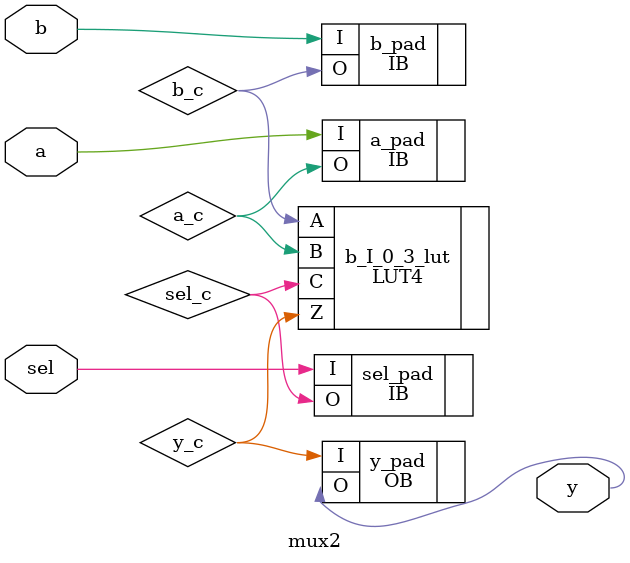
<source format=v>

module mux2 (a, b, sel, y) /* synthesis syn_module_defined=1 */ ;   // d:/rtl_fpga/vhdl/comparator/comparator.v(1[8:12])
    input a;   // d:/rtl_fpga/vhdl/comparator/comparator.v(2[7:8])
    input b;   // d:/rtl_fpga/vhdl/comparator/comparator.v(2[9:10])
    input sel;   // d:/rtl_fpga/vhdl/comparator/comparator.v(2[12:15])
    output y;   // d:/rtl_fpga/vhdl/comparator/comparator.v(3[8:9])
    
    
    wire a_c, b_c, sel_c, y_c, VCC_net, GND_net;
    
    VHI i20 (.Z(VCC_net));
    VLO i25 (.Z(GND_net));
    OB y_pad (.I(y_c), .O(y));   // d:/rtl_fpga/vhdl/comparator/comparator.v(3[8:9])
    IB a_pad (.I(a), .O(a_c));   // d:/rtl_fpga/vhdl/comparator/comparator.v(2[7:8])
    IB b_pad (.I(b), .O(b_c));   // d:/rtl_fpga/vhdl/comparator/comparator.v(2[9:10])
    IB sel_pad (.I(sel), .O(sel_c));   // d:/rtl_fpga/vhdl/comparator/comparator.v(2[12:15])
    GSR GSR_INST (.GSR(VCC_net));
    PUR PUR_INST (.PUR(VCC_net));
    defparam PUR_INST.RST_PULSE = 1;
    LUT4 b_I_0_3_lut (.A(b_c), .B(a_c), .C(sel_c), .Z(y_c)) /* synthesis lut_function=(A (B+!(C))+!A (B (C))) */ ;   // d:/rtl_fpga/vhdl/comparator/comparator.v(6[12:23])
    defparam b_I_0_3_lut.init = 16'hcaca;
    
endmodule
//
// Verilog Description of module PUR
// module not written out since it is a black-box. 
//


</source>
